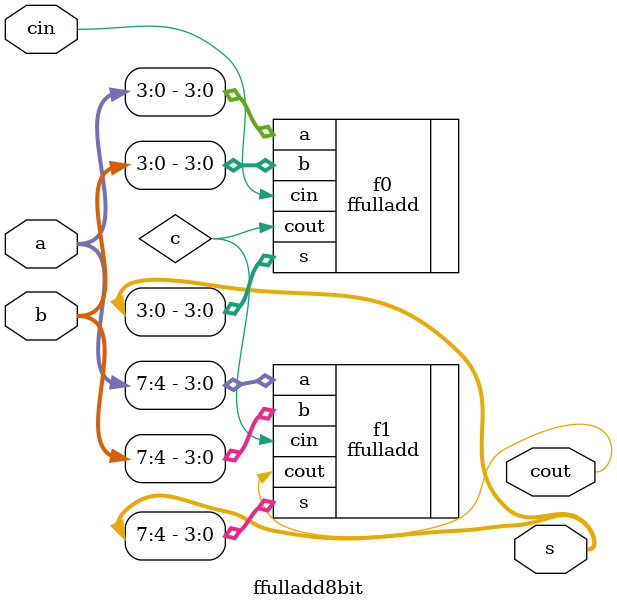
<source format=v>
module ffulladd8bit(cin, a, b, s, cout);

input [7:0]a, b;
input cin;
output [7:0]s;
output cout;

wire c;

ffulladd f0(.cin(cin),.a(a[3:0]),.b(b[3:0]),.s(s[3:0]),.cout(c));
ffulladd f1(.cin(c),.a(a[7:4]),.b(b[7:4]),.s(s[7:4]),.cout(cout));

endmodule


</source>
